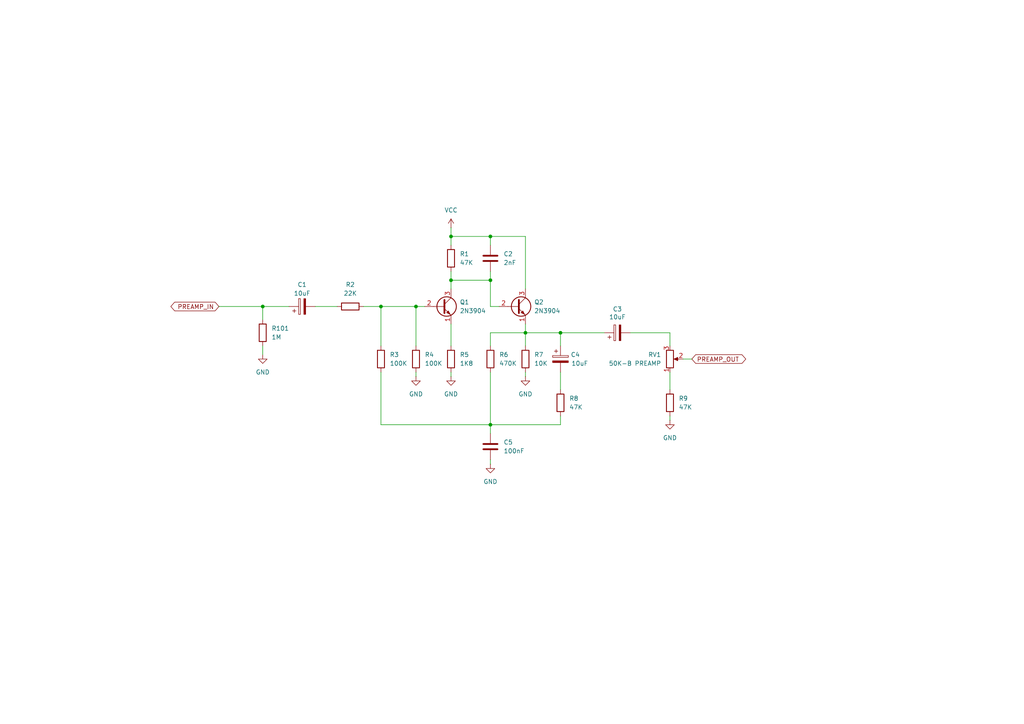
<source format=kicad_sch>
(kicad_sch (version 20250114) (generator "eeschema") (generator_version "9.0")
  (paper "A4")
  (lib_symbols
    (symbol "Device:C" (pin_numbers (hide yes)) (pin_names (offset 0.254))
      (property "Reference" "C" (at 0.635 2.54 0))
      (property "Value" "C" (at 0.635 -2.54 0))
      (symbol "C_0_1"
        (polyline (pts (xy -2.032 0.762) (xy 2.032 0.762)) (stroke (width 0.508)))
        (polyline (pts (xy -2.032 -0.762) (xy 2.032 -0.762)) (stroke (width 0.508)))
      )
      (symbol "C_1_1"
        (pin passive line (at 0 3.81 270) (length 2.794) (name "~") (number "1"))
        (pin passive line (at 0 -3.81 90) (length 2.794) (name "~") (number "2"))
      )
    )
    (symbol "Device:C_Polarized" (pin_numbers (hide yes)) (pin_names (offset 0.254))
      (property "Reference" "C" (at 0.635 2.54 0))
      (property "Value" "C_Polarized" (at 0.635 -2.54 0))
      (symbol "C_Polarized_0_1"
        (rectangle (start -2.286 0.508) (end 2.286 1.016))
        (polyline (pts (xy -1.778 2.286) (xy -0.762 2.286)))
        (polyline (pts (xy -1.27 2.794) (xy -1.27 1.778)))
        (rectangle (start 2.286 -0.508) (end -2.286 -1.016) (fill (type outline)))
      )
      (symbol "C_Polarized_1_1"
        (pin passive line (at 0 3.81 270) (length 2.794) (name "~") (number "1"))
        (pin passive line (at 0 -3.81 90) (length 2.794) (name "~") (number "2"))
      )
    )
    (symbol "Device:R" (pin_numbers (hide yes)) (pin_names (offset 0))
      (property "Reference" "R" (at 2.032 0 90))
      (property "Value" "R" (at 0 0 90))
      (symbol "R_0_1"
        (rectangle (start -1.016 -2.54) (end 1.016 2.54) (stroke (width 0.254)))
      )
      (symbol "R_1_1"
        (pin passive line (at 0 3.81 270) (length 1.27) (name "~") (number "1"))
        (pin passive line (at 0 -3.81 90) (length 1.27) (name "~") (number "2"))
      )
    )
    (symbol "Device:R_Potentiometer" (pin_names (offset 1.016) (hide yes))
      (property "Reference" "RV" (at -4.445 0 90))
      (property "Value" "R_Potentiometer" (at -2.54 0 90))
      (symbol "R_Potentiometer_0_1"
        (rectangle (start 1.016 2.54) (end -1.016 -2.54) (stroke (width 0.254)))
        (polyline (pts (xy 1.143 0) (xy 2.286 0.508) (xy 2.286 -0.508) (xy 1.143 0)) (fill (type outline)))
        (polyline (pts (xy 2.54 0) (xy 1.524 0)))
      )
      (symbol "R_Potentiometer_1_1"
        (pin passive line (at 0 3.81 270) (length 1.27) (name "1") (number "1"))
        (pin passive line (at 0 -3.81 90) (length 1.27) (name "3") (number "3"))
        (pin passive line (at 3.81 0 180) (length 1.27) (name "2") (number "2"))
      )
    )
    (symbol "GND_1" (power) (pin_numbers (hide yes)) (pin_names (offset 0) (hide yes))
      (property "Value" "GND" (at 0 -3.81 0))
      (symbol "GND_1_0_1"
        (polyline (pts (xy 0 0) (xy 0 -1.27) (xy 1.27 -1.27) (xy 0 -2.54) (xy -1.27 -1.27) (xy 0 -1.27)))
      )
      (symbol "GND_1_1_1"
        (pin power_in line (at 0 0 270) (length 0) (name "~") (number "1"))
      )
    )
    (symbol "Transistor_BJT:2N3904" (pin_names (offset 0) (hide yes))
      (property "Reference" "Q" (at 5.08 1.905 0))
      (property "Value" "2N3904" (at 5.08 0 0))
      (symbol "2N3904_0_1"
        (polyline (pts (xy -2.54 0) (xy 0.635 0)))
        (polyline (pts (xy 0.635 1.905) (xy 0.635 -1.905)) (stroke (width 0.508)))
        (circle (center 1.27 0) (radius 2.8194) (stroke (width 0.254)))
      )
      (symbol "2N3904_1_1"
        (polyline (pts (xy 0.635 0.635) (xy 2.54 2.54)))
        (polyline (pts (xy 0.635 -0.635) (xy 2.54 -2.54)))
        (polyline (pts (xy 1.27 -1.778) (xy 1.778 -1.27) (xy 2.286 -2.286) (xy 1.27 -1.778)) (fill (type outline)))
        (pin input line (at -5.08 0 0) (length 2.54) (name "B") (number "2"))
        (pin passive line (at 2.54 5.08 270) (length 2.54) (name "C") (number "3"))
        (pin passive line (at 2.54 -5.08 90) (length 2.54) (name "E") (number "1"))
      )
    )
    (symbol "power:GND" (power) (pin_numbers (hide yes)) (pin_names (offset 0) (hide yes))
      (property "Value" "GND" (at 0 -3.81 0))
      (symbol "GND_0_1"
        (polyline (pts (xy 0 0) (xy 0 -1.27) (xy 1.27 -1.27) (xy 0 -2.54) (xy -1.27 -1.27) (xy 0 -1.27)))
      )
      (symbol "GND_1_1"
        (pin power_in line (at 0 0 270) (length 0) (name "~") (number "1"))
      )
    )
    (symbol "power:VCC" (power) (pin_numbers (hide yes)) (pin_names (offset 0) (hide yes))
      (property "Value" "VCC" (at 0 3.556 0))
      (symbol "VCC_0_1"
        (polyline (pts (xy -0.762 1.27) (xy 0 2.54)))
        (polyline (pts (xy 0 2.54) (xy 0.762 1.27)))
        (polyline (pts (xy 0 0) (xy 0 2.54)))
      )
      (symbol "VCC_1_1"
        (pin power_in line (at 0 0 90) (length 0) (name "~") (number "1"))
      )
    )
  )
  (junction (at 142.24 68.58))
  (junction (at 162.56 96.52))
  (junction (at 110.49 88.9))
  (junction (at 142.24 123.19))
  (junction (at 120.65 88.9))
  (junction (at 130.81 68.58))
  (junction (at 152.4 96.52))
  (junction (at 130.81 81.28))
  (junction (at 142.24 81.28))
  (junction (at 76.2 88.9))
  (wire (pts (xy 91.44 88.9) (xy 97.79 88.9)))
  (wire (pts (xy 198.12 104.14) (xy 200.66 104.14)))
  (wire (pts (xy 142.24 81.28) (xy 130.81 81.28)))
  (wire (pts (xy 152.4 96.52) (xy 152.4 100.33)))
  (wire (pts (xy 142.24 68.58) (xy 130.81 68.58)))
  (wire (pts (xy 194.31 107.95) (xy 194.31 113.03)))
  (wire (pts (xy 142.24 100.33) (xy 142.24 96.52)))
  (wire (pts (xy 130.81 93.98) (xy 130.81 100.33)))
  (wire (pts (xy 142.24 123.19) (xy 142.24 125.73)))
  (wire (pts (xy 130.81 78.74) (xy 130.81 81.28)))
  (wire (pts (xy 152.4 93.98) (xy 152.4 96.52)))
  (wire (pts (xy 142.24 133.35) (xy 142.24 134.62)))
  (wire (pts (xy 76.2 88.9) (xy 76.2 92.71)))
  (wire (pts (xy 120.65 100.33) (xy 120.65 88.9)))
  (wire (pts (xy 152.4 83.82) (xy 152.4 68.58)))
  (wire (pts (xy 105.41 88.9) (xy 110.49 88.9)))
  (wire (pts (xy 130.81 81.28) (xy 130.81 83.82)))
  (wire (pts (xy 142.24 96.52) (xy 152.4 96.52)))
  (wire (pts (xy 76.2 100.33) (xy 76.2 102.87)))
  (wire (pts (xy 142.24 107.95) (xy 142.24 123.19)))
  (wire (pts (xy 130.81 66.04) (xy 130.81 68.58)))
  (wire (pts (xy 162.56 107.95) (xy 162.56 113.03)))
  (wire (pts (xy 182.88 96.52) (xy 194.31 96.52)))
  (wire (pts (xy 162.56 96.52) (xy 175.26 96.52)))
  (wire (pts (xy 120.65 88.9) (xy 123.19 88.9)))
  (wire (pts (xy 194.31 120.65) (xy 194.31 121.92)))
  (wire (pts (xy 162.56 123.19) (xy 162.56 120.65)))
  (wire (pts (xy 152.4 107.95) (xy 152.4 109.22)))
  (wire (pts (xy 194.31 96.52) (xy 194.31 100.33)))
  (wire (pts (xy 76.2 88.9) (xy 83.82 88.9)))
  (wire (pts (xy 162.56 96.52) (xy 152.4 96.52)))
  (wire (pts (xy 130.81 68.58) (xy 130.81 71.12)))
  (wire (pts (xy 110.49 88.9) (xy 120.65 88.9)))
  (wire (pts (xy 130.81 107.95) (xy 130.81 109.22)))
  (wire (pts (xy 120.65 107.95) (xy 120.65 109.22)))
  (wire (pts (xy 152.4 68.58) (xy 142.24 68.58)))
  (wire (pts (xy 63.5 88.9) (xy 76.2 88.9)))
  (wire (pts (xy 162.56 100.33) (xy 162.56 96.52)))
  (wire (pts (xy 142.24 123.19) (xy 162.56 123.19)))
  (wire (pts (xy 142.24 78.74) (xy 142.24 81.28)))
  (wire (pts (xy 110.49 88.9) (xy 110.49 100.33)))
  (wire (pts (xy 110.49 107.95) (xy 110.49 123.19)))
  (wire (pts (xy 142.24 88.9) (xy 144.78 88.9)))
  (wire (pts (xy 110.49 123.19) (xy 142.24 123.19)))
  (wire (pts (xy 142.24 88.9) (xy 142.24 81.28)))
  (wire (pts (xy 142.24 71.12) (xy 142.24 68.58)))
  (global_label "PREAMP_IN" (shape bidirectional) (at 63.5 88.9 180) (property "Intersheetrefs" "${INTERSHEET_REFS}" (effects (hide yes))))
  (global_label "PREAMP_OUT" (shape bidirectional) (at 200.66 104.14 0) (property "Intersheetrefs" "${INTERSHEET_REFS}" (effects (hide yes))))
  (symbol (lib_id "power:GND") (at 120.65 109.22 0) (unit 1)
    (property "Reference" "#PWR02" (effects (hide yes)))
    (property "Value" "GND" (at 120.65 114.3 0))
    (property "Description" "Power symbol creates a global label with name \"GND\" , ground" (effects (hide yes)))
  )
  (symbol (lib_id "Device:R") (at 110.49 104.14 180) (unit 1)
    (property "Reference" "R3" (at 113.03 102.87 0) (effects (justify right)))
    (property "Value" "100K" (at 113.03 105.41 0) (effects (justify right)))
    (property "Footprint" "Resistor_THT:R_Axial_DIN0207_L6.3mm_D2.5mm_P7.62mm_Horizontal" (effects (hide yes)))
  )
  (symbol (lib_id "Device:C_Polarized") (at 179.07 96.52 90) (unit 1)
    (property "Reference" "C3" (at 179.07 89.662 90))
    (property "Value" "10uF" (at 179.07 91.948 90))
    (property "Footprint" "Capacitor_THT:CP_Radial_D5.0mm_P2.00mm" (effects (hide yes)))
  )
  (symbol (lib_id "Device:C") (at 142.24 74.93 0) (unit 1)
    (property "Reference" "C2" (at 146.05 73.66 0) (effects (justify left)))
    (property "Value" "2nF" (at 146.05 76.2 0) (effects (justify left)))
    (property "Footprint" "Capacitor_THT:C_Disc_D5.1mm_W3.2mm_P5.00mm" (effects (hide yes)))
  )
  (symbol (lib_id "power:VCC") (at 130.81 66.04 0) (unit 1)
    (property "Reference" "#PWR01" (effects (hide yes)))
    (property "Value" "VCC" (at 130.81 60.96 0))
    (property "Description" "Power symbol creates a global label with name \"VCC\"" (effects (hide yes)))
  )
  (symbol (lib_id "power:GND") (at 152.4 109.22 0) (unit 1)
    (property "Reference" "#PWR04" (effects (hide yes)))
    (property "Value" "GND" (at 152.4 114.3 0))
    (property "Description" "Power symbol creates a global label with name \"GND\" , ground" (effects (hide yes)))
  )
  (symbol (lib_id "Device:R") (at 152.4 104.14 180) (unit 1)
    (property "Reference" "R7" (at 154.94 102.87 0) (effects (justify right)))
    (property "Value" "10K" (at 154.94 105.41 0) (effects (justify right)))
    (property "Footprint" "Resistor_THT:R_Axial_DIN0207_L6.3mm_D2.5mm_P7.62mm_Horizontal" (effects (hide yes)))
  )
  (symbol (lib_id "Device:R") (at 130.81 74.93 180) (unit 1)
    (property "Reference" "R1" (at 133.35 73.66 0) (effects (justify right)))
    (property "Value" "47K" (at 133.35 76.2 0) (effects (justify right)))
    (property "Footprint" "Resistor_THT:R_Axial_DIN0207_L6.3mm_D2.5mm_P7.62mm_Horizontal" (effects (hide yes)))
  )
  (symbol (lib_id "Device:R") (at 76.2 96.52 0) (unit 1)
    (property "Reference" "R101" (at 78.74 95.2499 0) (effects (justify left)))
    (property "Value" "1M" (at 78.74 97.7899 0) (effects (justify left)))
    (property "Footprint" "Resistor_THT:R_Axial_DIN0207_L6.3mm_D2.5mm_P7.62mm_Horizontal" (effects (hide yes)))
  )
  (symbol (lib_id "Device:R_Potentiometer") (at 194.31 104.14 0) (mirror x) (unit 1)
    (property "Reference" "RV1" (at 191.77 102.87 0) (effects (justify right)))
    (property "Value" "50K-B PREAMP" (at 191.77 105.41 0) (effects (justify right)))
    (property "Footprint" "DIY_jorge:Pot Alpha 16mm" (effects (hide yes)))
  )
  (symbol (lib_id "power:GND") (at 194.31 121.92 0) (unit 1)
    (property "Reference" "#PWR05" (effects (hide yes)))
    (property "Value" "GND" (at 194.31 127 0))
    (property "Description" "Power symbol creates a global label with name \"GND\" , ground" (effects (hide yes)))
  )
  (symbol (lib_id "Device:C_Polarized") (at 87.63 88.9 90) (unit 1)
    (property "Reference" "C1" (at 87.63 82.55 90))
    (property "Value" "10uF" (at 87.63 85.09 90))
    (property "Footprint" "Capacitor_THT:CP_Radial_D5.0mm_P2.00mm" (effects (hide yes)))
  )
  (symbol (lib_id "Transistor_BJT:2N3904") (at 149.86 88.9 0) (unit 1)
    (property "Reference" "Q2" (at 154.94 87.63 0) (effects (justify left)))
    (property "Value" "2N3904" (at 154.94 90.17 0) (effects (justify left)))
    (property "Footprint" "Package_TO_SOT_THT:TO-92_Inline" (effects (hide yes)))
    (property "Datasheet" "https://www.onsemi.com/pub/Collateral/2N3903-D.PDF" (effects (hide yes)))
    (property "Description" "0.2A Ic, 40V Vce, Small Signal NPN Transistor, TO-92" (effects (hide yes)))
  )
  (symbol (lib_id "Device:R") (at 194.31 116.84 180) (unit 1)
    (property "Reference" "R9" (at 196.85 115.57 0) (effects (justify right)))
    (property "Value" "47K" (at 196.85 118.11 0) (effects (justify right)))
    (property "Footprint" "Resistor_THT:R_Axial_DIN0207_L6.3mm_D2.5mm_P7.62mm_Horizontal" (effects (hide yes)))
  )
  (symbol (lib_id "Device:R") (at 130.81 104.14 180) (unit 1)
    (property "Reference" "R5" (at 133.35 102.87 0) (effects (justify right)))
    (property "Value" "1K8" (at 133.35 105.41 0) (effects (justify right)))
    (property "Footprint" "Resistor_THT:R_Axial_DIN0207_L6.3mm_D2.5mm_P7.62mm_Horizontal" (effects (hide yes)))
  )
  (symbol (lib_id "Device:R") (at 120.65 104.14 180) (unit 1)
    (property "Reference" "R4" (at 123.19 102.87 0) (effects (justify right)))
    (property "Value" "100K" (at 123.19 105.41 0) (effects (justify right)))
    (property "Footprint" "Resistor_THT:R_Axial_DIN0207_L6.3mm_D2.5mm_P7.62mm_Horizontal" (effects (hide yes)))
  )
  (symbol (lib_id "Transistor_BJT:2N3904") (at 128.27 88.9 0) (unit 1)
    (property "Reference" "Q1" (at 133.35 87.63 0) (effects (justify left)))
    (property "Value" "2N3904" (at 133.35 90.17 0) (effects (justify left)))
    (property "Footprint" "Package_TO_SOT_THT:TO-92_Inline" (effects (hide yes)))
    (property "Datasheet" "https://www.onsemi.com/pub/Collateral/2N3903-D.PDF" (effects (hide yes)))
    (property "Description" "0.2A Ic, 40V Vce, Small Signal NPN Transistor, TO-92" (effects (hide yes)))
  )
  (symbol (lib_id "Device:R") (at 101.6 88.9 270) (unit 1)
    (property "Reference" "R2" (at 101.6 82.55 90))
    (property "Value" "22K" (at 101.6 85.09 90))
    (property "Footprint" "Resistor_THT:R_Axial_DIN0207_L6.3mm_D2.5mm_P7.62mm_Horizontal" (effects (hide yes)))
  )
  (symbol (lib_id "Device:C") (at 142.24 129.54 0) (unit 1)
    (property "Reference" "C5" (at 146.05 128.27 0) (effects (justify left)))
    (property "Value" "100nF" (at 146.05 130.81 0) (effects (justify left)))
    (property "Footprint" "Capacitor_THT:C_Disc_D5.1mm_W3.2mm_P5.00mm" (effects (hide yes)))
  )
  (symbol (lib_id "Device:C_Polarized") (at 162.56 104.14 0) (unit 1)
    (property "Reference" "C4" (at 166.878 102.87 0))
    (property "Value" "10uF" (at 168.148 105.41 0))
    (property "Footprint" "Capacitor_THT:CP_Radial_D5.0mm_P2.00mm" (effects (hide yes)))
  )
  (symbol (lib_id "Device:R") (at 162.56 116.84 180) (unit 1)
    (property "Reference" "R8" (at 165.1 115.57 0) (effects (justify right)))
    (property "Value" "47K" (at 165.1 118.11 0) (effects (justify right)))
    (property "Footprint" "Resistor_THT:R_Axial_DIN0207_L6.3mm_D2.5mm_P7.62mm_Horizontal" (effects (hide yes)))
  )
  (symbol (lib_id "power:GND") (at 130.81 109.22 0) (unit 1)
    (property "Reference" "#PWR03" (effects (hide yes)))
    (property "Value" "GND" (at 130.81 114.3 0))
    (property "Description" "Power symbol creates a global label with name \"GND\" , ground" (effects (hide yes)))
  )
  (symbol (lib_name "GND_1") (lib_id "power:GND") (at 76.2 102.87 0) (unit 1)
    (property "Reference" "#PWR033" (effects (hide yes)))
    (property "Value" "GND" (at 76.2 107.95 0))
    (property "Description" "Power symbol creates a global label with name \"GND\" , ground" (effects (hide yes)))
  )
  (symbol (lib_id "power:GND") (at 142.24 134.62 0) (unit 1)
    (property "Reference" "#PWR06" (effects (hide yes)))
    (property "Value" "GND" (at 142.24 139.7 0))
    (property "Description" "Power symbol creates a global label with name \"GND\" , ground" (effects (hide yes)))
  )
  (symbol (lib_id "Device:R") (at 142.24 104.14 180) (unit 1)
    (property "Reference" "R6" (at 144.78 102.87 0) (effects (justify right)))
    (property "Value" "470K" (at 144.78 105.41 0) (effects (justify right)))
    (property "Footprint" "Resistor_THT:R_Axial_DIN0207_L6.3mm_D2.5mm_P7.62mm_Horizontal" (effects (hide yes)))
  )
)
</source>
